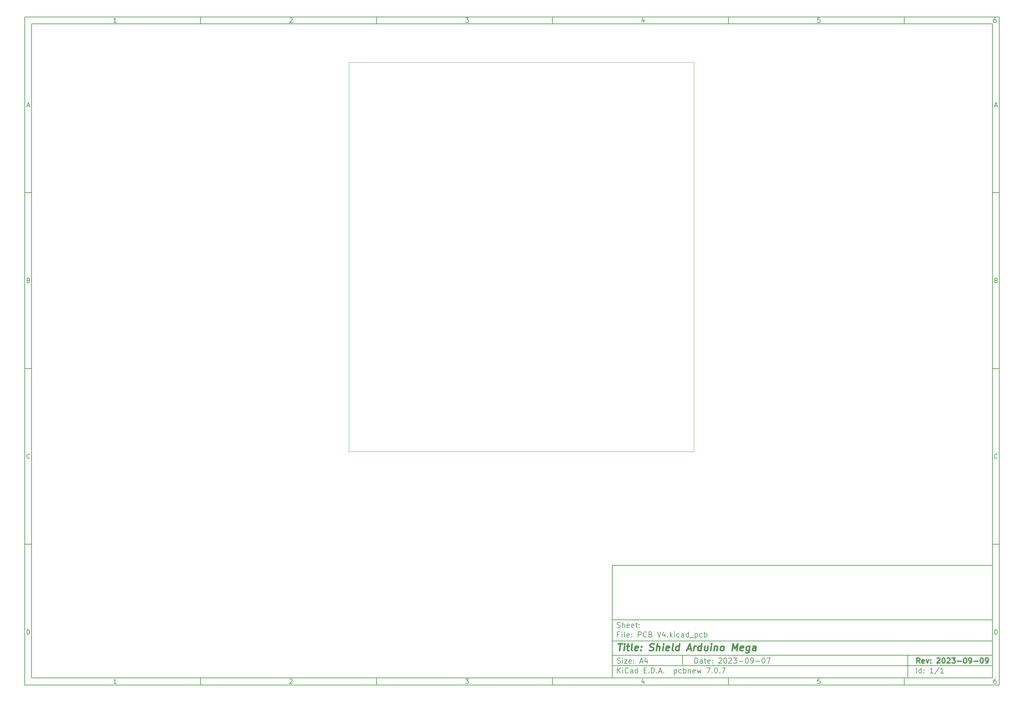
<source format=gbr>
%TF.GenerationSoftware,KiCad,Pcbnew,7.0.7*%
%TF.CreationDate,2023-09-14T17:56:01-03:00*%
%TF.ProjectId,PCB V4,50434220-5634-42e6-9b69-6361645f7063,2023-09-09*%
%TF.SameCoordinates,Original*%
%TF.FileFunction,Profile,NP*%
%FSLAX46Y46*%
G04 Gerber Fmt 4.6, Leading zero omitted, Abs format (unit mm)*
G04 Created by KiCad (PCBNEW 7.0.7) date 2023-09-14 17:56:01*
%MOMM*%
%LPD*%
G01*
G04 APERTURE LIST*
%ADD10C,0.100000*%
%ADD11C,0.150000*%
%ADD12C,0.300000*%
%ADD13C,0.400000*%
%TA.AperFunction,Profile*%
%ADD14C,0.100000*%
%TD*%
G04 APERTURE END LIST*
D10*
D11*
X177002200Y-166007200D02*
X285002200Y-166007200D01*
X285002200Y-198007200D01*
X177002200Y-198007200D01*
X177002200Y-166007200D01*
D10*
D11*
X10000000Y-10000000D02*
X287002200Y-10000000D01*
X287002200Y-200007200D01*
X10000000Y-200007200D01*
X10000000Y-10000000D01*
D10*
D11*
X12000000Y-12000000D02*
X285002200Y-12000000D01*
X285002200Y-198007200D01*
X12000000Y-198007200D01*
X12000000Y-12000000D01*
D10*
D11*
X60000000Y-12000000D02*
X60000000Y-10000000D01*
D10*
D11*
X110000000Y-12000000D02*
X110000000Y-10000000D01*
D10*
D11*
X160000000Y-12000000D02*
X160000000Y-10000000D01*
D10*
D11*
X210000000Y-12000000D02*
X210000000Y-10000000D01*
D10*
D11*
X260000000Y-12000000D02*
X260000000Y-10000000D01*
D10*
D11*
X36089160Y-11593604D02*
X35346303Y-11593604D01*
X35717731Y-11593604D02*
X35717731Y-10293604D01*
X35717731Y-10293604D02*
X35593922Y-10479319D01*
X35593922Y-10479319D02*
X35470112Y-10603128D01*
X35470112Y-10603128D02*
X35346303Y-10665033D01*
D10*
D11*
X85346303Y-10417414D02*
X85408207Y-10355509D01*
X85408207Y-10355509D02*
X85532017Y-10293604D01*
X85532017Y-10293604D02*
X85841541Y-10293604D01*
X85841541Y-10293604D02*
X85965350Y-10355509D01*
X85965350Y-10355509D02*
X86027255Y-10417414D01*
X86027255Y-10417414D02*
X86089160Y-10541223D01*
X86089160Y-10541223D02*
X86089160Y-10665033D01*
X86089160Y-10665033D02*
X86027255Y-10850747D01*
X86027255Y-10850747D02*
X85284398Y-11593604D01*
X85284398Y-11593604D02*
X86089160Y-11593604D01*
D10*
D11*
X135284398Y-10293604D02*
X136089160Y-10293604D01*
X136089160Y-10293604D02*
X135655826Y-10788842D01*
X135655826Y-10788842D02*
X135841541Y-10788842D01*
X135841541Y-10788842D02*
X135965350Y-10850747D01*
X135965350Y-10850747D02*
X136027255Y-10912652D01*
X136027255Y-10912652D02*
X136089160Y-11036461D01*
X136089160Y-11036461D02*
X136089160Y-11345985D01*
X136089160Y-11345985D02*
X136027255Y-11469795D01*
X136027255Y-11469795D02*
X135965350Y-11531700D01*
X135965350Y-11531700D02*
X135841541Y-11593604D01*
X135841541Y-11593604D02*
X135470112Y-11593604D01*
X135470112Y-11593604D02*
X135346303Y-11531700D01*
X135346303Y-11531700D02*
X135284398Y-11469795D01*
D10*
D11*
X185965350Y-10726938D02*
X185965350Y-11593604D01*
X185655826Y-10231700D02*
X185346303Y-11160271D01*
X185346303Y-11160271D02*
X186151064Y-11160271D01*
D10*
D11*
X236027255Y-10293604D02*
X235408207Y-10293604D01*
X235408207Y-10293604D02*
X235346303Y-10912652D01*
X235346303Y-10912652D02*
X235408207Y-10850747D01*
X235408207Y-10850747D02*
X235532017Y-10788842D01*
X235532017Y-10788842D02*
X235841541Y-10788842D01*
X235841541Y-10788842D02*
X235965350Y-10850747D01*
X235965350Y-10850747D02*
X236027255Y-10912652D01*
X236027255Y-10912652D02*
X236089160Y-11036461D01*
X236089160Y-11036461D02*
X236089160Y-11345985D01*
X236089160Y-11345985D02*
X236027255Y-11469795D01*
X236027255Y-11469795D02*
X235965350Y-11531700D01*
X235965350Y-11531700D02*
X235841541Y-11593604D01*
X235841541Y-11593604D02*
X235532017Y-11593604D01*
X235532017Y-11593604D02*
X235408207Y-11531700D01*
X235408207Y-11531700D02*
X235346303Y-11469795D01*
D10*
D11*
X285965350Y-10293604D02*
X285717731Y-10293604D01*
X285717731Y-10293604D02*
X285593922Y-10355509D01*
X285593922Y-10355509D02*
X285532017Y-10417414D01*
X285532017Y-10417414D02*
X285408207Y-10603128D01*
X285408207Y-10603128D02*
X285346303Y-10850747D01*
X285346303Y-10850747D02*
X285346303Y-11345985D01*
X285346303Y-11345985D02*
X285408207Y-11469795D01*
X285408207Y-11469795D02*
X285470112Y-11531700D01*
X285470112Y-11531700D02*
X285593922Y-11593604D01*
X285593922Y-11593604D02*
X285841541Y-11593604D01*
X285841541Y-11593604D02*
X285965350Y-11531700D01*
X285965350Y-11531700D02*
X286027255Y-11469795D01*
X286027255Y-11469795D02*
X286089160Y-11345985D01*
X286089160Y-11345985D02*
X286089160Y-11036461D01*
X286089160Y-11036461D02*
X286027255Y-10912652D01*
X286027255Y-10912652D02*
X285965350Y-10850747D01*
X285965350Y-10850747D02*
X285841541Y-10788842D01*
X285841541Y-10788842D02*
X285593922Y-10788842D01*
X285593922Y-10788842D02*
X285470112Y-10850747D01*
X285470112Y-10850747D02*
X285408207Y-10912652D01*
X285408207Y-10912652D02*
X285346303Y-11036461D01*
D10*
D11*
X60000000Y-198007200D02*
X60000000Y-200007200D01*
D10*
D11*
X110000000Y-198007200D02*
X110000000Y-200007200D01*
D10*
D11*
X160000000Y-198007200D02*
X160000000Y-200007200D01*
D10*
D11*
X210000000Y-198007200D02*
X210000000Y-200007200D01*
D10*
D11*
X260000000Y-198007200D02*
X260000000Y-200007200D01*
D10*
D11*
X36089160Y-199600804D02*
X35346303Y-199600804D01*
X35717731Y-199600804D02*
X35717731Y-198300804D01*
X35717731Y-198300804D02*
X35593922Y-198486519D01*
X35593922Y-198486519D02*
X35470112Y-198610328D01*
X35470112Y-198610328D02*
X35346303Y-198672233D01*
D10*
D11*
X85346303Y-198424614D02*
X85408207Y-198362709D01*
X85408207Y-198362709D02*
X85532017Y-198300804D01*
X85532017Y-198300804D02*
X85841541Y-198300804D01*
X85841541Y-198300804D02*
X85965350Y-198362709D01*
X85965350Y-198362709D02*
X86027255Y-198424614D01*
X86027255Y-198424614D02*
X86089160Y-198548423D01*
X86089160Y-198548423D02*
X86089160Y-198672233D01*
X86089160Y-198672233D02*
X86027255Y-198857947D01*
X86027255Y-198857947D02*
X85284398Y-199600804D01*
X85284398Y-199600804D02*
X86089160Y-199600804D01*
D10*
D11*
X135284398Y-198300804D02*
X136089160Y-198300804D01*
X136089160Y-198300804D02*
X135655826Y-198796042D01*
X135655826Y-198796042D02*
X135841541Y-198796042D01*
X135841541Y-198796042D02*
X135965350Y-198857947D01*
X135965350Y-198857947D02*
X136027255Y-198919852D01*
X136027255Y-198919852D02*
X136089160Y-199043661D01*
X136089160Y-199043661D02*
X136089160Y-199353185D01*
X136089160Y-199353185D02*
X136027255Y-199476995D01*
X136027255Y-199476995D02*
X135965350Y-199538900D01*
X135965350Y-199538900D02*
X135841541Y-199600804D01*
X135841541Y-199600804D02*
X135470112Y-199600804D01*
X135470112Y-199600804D02*
X135346303Y-199538900D01*
X135346303Y-199538900D02*
X135284398Y-199476995D01*
D10*
D11*
X185965350Y-198734138D02*
X185965350Y-199600804D01*
X185655826Y-198238900D02*
X185346303Y-199167471D01*
X185346303Y-199167471D02*
X186151064Y-199167471D01*
D10*
D11*
X236027255Y-198300804D02*
X235408207Y-198300804D01*
X235408207Y-198300804D02*
X235346303Y-198919852D01*
X235346303Y-198919852D02*
X235408207Y-198857947D01*
X235408207Y-198857947D02*
X235532017Y-198796042D01*
X235532017Y-198796042D02*
X235841541Y-198796042D01*
X235841541Y-198796042D02*
X235965350Y-198857947D01*
X235965350Y-198857947D02*
X236027255Y-198919852D01*
X236027255Y-198919852D02*
X236089160Y-199043661D01*
X236089160Y-199043661D02*
X236089160Y-199353185D01*
X236089160Y-199353185D02*
X236027255Y-199476995D01*
X236027255Y-199476995D02*
X235965350Y-199538900D01*
X235965350Y-199538900D02*
X235841541Y-199600804D01*
X235841541Y-199600804D02*
X235532017Y-199600804D01*
X235532017Y-199600804D02*
X235408207Y-199538900D01*
X235408207Y-199538900D02*
X235346303Y-199476995D01*
D10*
D11*
X285965350Y-198300804D02*
X285717731Y-198300804D01*
X285717731Y-198300804D02*
X285593922Y-198362709D01*
X285593922Y-198362709D02*
X285532017Y-198424614D01*
X285532017Y-198424614D02*
X285408207Y-198610328D01*
X285408207Y-198610328D02*
X285346303Y-198857947D01*
X285346303Y-198857947D02*
X285346303Y-199353185D01*
X285346303Y-199353185D02*
X285408207Y-199476995D01*
X285408207Y-199476995D02*
X285470112Y-199538900D01*
X285470112Y-199538900D02*
X285593922Y-199600804D01*
X285593922Y-199600804D02*
X285841541Y-199600804D01*
X285841541Y-199600804D02*
X285965350Y-199538900D01*
X285965350Y-199538900D02*
X286027255Y-199476995D01*
X286027255Y-199476995D02*
X286089160Y-199353185D01*
X286089160Y-199353185D02*
X286089160Y-199043661D01*
X286089160Y-199043661D02*
X286027255Y-198919852D01*
X286027255Y-198919852D02*
X285965350Y-198857947D01*
X285965350Y-198857947D02*
X285841541Y-198796042D01*
X285841541Y-198796042D02*
X285593922Y-198796042D01*
X285593922Y-198796042D02*
X285470112Y-198857947D01*
X285470112Y-198857947D02*
X285408207Y-198919852D01*
X285408207Y-198919852D02*
X285346303Y-199043661D01*
D10*
D11*
X10000000Y-60000000D02*
X12000000Y-60000000D01*
D10*
D11*
X10000000Y-110000000D02*
X12000000Y-110000000D01*
D10*
D11*
X10000000Y-160000000D02*
X12000000Y-160000000D01*
D10*
D11*
X10690476Y-35222176D02*
X11309523Y-35222176D01*
X10566666Y-35593604D02*
X10999999Y-34293604D01*
X10999999Y-34293604D02*
X11433333Y-35593604D01*
D10*
D11*
X11092857Y-84912652D02*
X11278571Y-84974557D01*
X11278571Y-84974557D02*
X11340476Y-85036461D01*
X11340476Y-85036461D02*
X11402380Y-85160271D01*
X11402380Y-85160271D02*
X11402380Y-85345985D01*
X11402380Y-85345985D02*
X11340476Y-85469795D01*
X11340476Y-85469795D02*
X11278571Y-85531700D01*
X11278571Y-85531700D02*
X11154761Y-85593604D01*
X11154761Y-85593604D02*
X10659523Y-85593604D01*
X10659523Y-85593604D02*
X10659523Y-84293604D01*
X10659523Y-84293604D02*
X11092857Y-84293604D01*
X11092857Y-84293604D02*
X11216666Y-84355509D01*
X11216666Y-84355509D02*
X11278571Y-84417414D01*
X11278571Y-84417414D02*
X11340476Y-84541223D01*
X11340476Y-84541223D02*
X11340476Y-84665033D01*
X11340476Y-84665033D02*
X11278571Y-84788842D01*
X11278571Y-84788842D02*
X11216666Y-84850747D01*
X11216666Y-84850747D02*
X11092857Y-84912652D01*
X11092857Y-84912652D02*
X10659523Y-84912652D01*
D10*
D11*
X11402380Y-135469795D02*
X11340476Y-135531700D01*
X11340476Y-135531700D02*
X11154761Y-135593604D01*
X11154761Y-135593604D02*
X11030952Y-135593604D01*
X11030952Y-135593604D02*
X10845238Y-135531700D01*
X10845238Y-135531700D02*
X10721428Y-135407890D01*
X10721428Y-135407890D02*
X10659523Y-135284080D01*
X10659523Y-135284080D02*
X10597619Y-135036461D01*
X10597619Y-135036461D02*
X10597619Y-134850747D01*
X10597619Y-134850747D02*
X10659523Y-134603128D01*
X10659523Y-134603128D02*
X10721428Y-134479319D01*
X10721428Y-134479319D02*
X10845238Y-134355509D01*
X10845238Y-134355509D02*
X11030952Y-134293604D01*
X11030952Y-134293604D02*
X11154761Y-134293604D01*
X11154761Y-134293604D02*
X11340476Y-134355509D01*
X11340476Y-134355509D02*
X11402380Y-134417414D01*
D10*
D11*
X10659523Y-185593604D02*
X10659523Y-184293604D01*
X10659523Y-184293604D02*
X10969047Y-184293604D01*
X10969047Y-184293604D02*
X11154761Y-184355509D01*
X11154761Y-184355509D02*
X11278571Y-184479319D01*
X11278571Y-184479319D02*
X11340476Y-184603128D01*
X11340476Y-184603128D02*
X11402380Y-184850747D01*
X11402380Y-184850747D02*
X11402380Y-185036461D01*
X11402380Y-185036461D02*
X11340476Y-185284080D01*
X11340476Y-185284080D02*
X11278571Y-185407890D01*
X11278571Y-185407890D02*
X11154761Y-185531700D01*
X11154761Y-185531700D02*
X10969047Y-185593604D01*
X10969047Y-185593604D02*
X10659523Y-185593604D01*
D10*
D11*
X287002200Y-60000000D02*
X285002200Y-60000000D01*
D10*
D11*
X287002200Y-110000000D02*
X285002200Y-110000000D01*
D10*
D11*
X287002200Y-160000000D02*
X285002200Y-160000000D01*
D10*
D11*
X285692676Y-35222176D02*
X286311723Y-35222176D01*
X285568866Y-35593604D02*
X286002199Y-34293604D01*
X286002199Y-34293604D02*
X286435533Y-35593604D01*
D10*
D11*
X286095057Y-84912652D02*
X286280771Y-84974557D01*
X286280771Y-84974557D02*
X286342676Y-85036461D01*
X286342676Y-85036461D02*
X286404580Y-85160271D01*
X286404580Y-85160271D02*
X286404580Y-85345985D01*
X286404580Y-85345985D02*
X286342676Y-85469795D01*
X286342676Y-85469795D02*
X286280771Y-85531700D01*
X286280771Y-85531700D02*
X286156961Y-85593604D01*
X286156961Y-85593604D02*
X285661723Y-85593604D01*
X285661723Y-85593604D02*
X285661723Y-84293604D01*
X285661723Y-84293604D02*
X286095057Y-84293604D01*
X286095057Y-84293604D02*
X286218866Y-84355509D01*
X286218866Y-84355509D02*
X286280771Y-84417414D01*
X286280771Y-84417414D02*
X286342676Y-84541223D01*
X286342676Y-84541223D02*
X286342676Y-84665033D01*
X286342676Y-84665033D02*
X286280771Y-84788842D01*
X286280771Y-84788842D02*
X286218866Y-84850747D01*
X286218866Y-84850747D02*
X286095057Y-84912652D01*
X286095057Y-84912652D02*
X285661723Y-84912652D01*
D10*
D11*
X286404580Y-135469795D02*
X286342676Y-135531700D01*
X286342676Y-135531700D02*
X286156961Y-135593604D01*
X286156961Y-135593604D02*
X286033152Y-135593604D01*
X286033152Y-135593604D02*
X285847438Y-135531700D01*
X285847438Y-135531700D02*
X285723628Y-135407890D01*
X285723628Y-135407890D02*
X285661723Y-135284080D01*
X285661723Y-135284080D02*
X285599819Y-135036461D01*
X285599819Y-135036461D02*
X285599819Y-134850747D01*
X285599819Y-134850747D02*
X285661723Y-134603128D01*
X285661723Y-134603128D02*
X285723628Y-134479319D01*
X285723628Y-134479319D02*
X285847438Y-134355509D01*
X285847438Y-134355509D02*
X286033152Y-134293604D01*
X286033152Y-134293604D02*
X286156961Y-134293604D01*
X286156961Y-134293604D02*
X286342676Y-134355509D01*
X286342676Y-134355509D02*
X286404580Y-134417414D01*
D10*
D11*
X285661723Y-185593604D02*
X285661723Y-184293604D01*
X285661723Y-184293604D02*
X285971247Y-184293604D01*
X285971247Y-184293604D02*
X286156961Y-184355509D01*
X286156961Y-184355509D02*
X286280771Y-184479319D01*
X286280771Y-184479319D02*
X286342676Y-184603128D01*
X286342676Y-184603128D02*
X286404580Y-184850747D01*
X286404580Y-184850747D02*
X286404580Y-185036461D01*
X286404580Y-185036461D02*
X286342676Y-185284080D01*
X286342676Y-185284080D02*
X286280771Y-185407890D01*
X286280771Y-185407890D02*
X286156961Y-185531700D01*
X286156961Y-185531700D02*
X285971247Y-185593604D01*
X285971247Y-185593604D02*
X285661723Y-185593604D01*
D10*
D11*
X200458026Y-193793328D02*
X200458026Y-192293328D01*
X200458026Y-192293328D02*
X200815169Y-192293328D01*
X200815169Y-192293328D02*
X201029455Y-192364757D01*
X201029455Y-192364757D02*
X201172312Y-192507614D01*
X201172312Y-192507614D02*
X201243741Y-192650471D01*
X201243741Y-192650471D02*
X201315169Y-192936185D01*
X201315169Y-192936185D02*
X201315169Y-193150471D01*
X201315169Y-193150471D02*
X201243741Y-193436185D01*
X201243741Y-193436185D02*
X201172312Y-193579042D01*
X201172312Y-193579042D02*
X201029455Y-193721900D01*
X201029455Y-193721900D02*
X200815169Y-193793328D01*
X200815169Y-193793328D02*
X200458026Y-193793328D01*
X202600884Y-193793328D02*
X202600884Y-193007614D01*
X202600884Y-193007614D02*
X202529455Y-192864757D01*
X202529455Y-192864757D02*
X202386598Y-192793328D01*
X202386598Y-192793328D02*
X202100884Y-192793328D01*
X202100884Y-192793328D02*
X201958026Y-192864757D01*
X202600884Y-193721900D02*
X202458026Y-193793328D01*
X202458026Y-193793328D02*
X202100884Y-193793328D01*
X202100884Y-193793328D02*
X201958026Y-193721900D01*
X201958026Y-193721900D02*
X201886598Y-193579042D01*
X201886598Y-193579042D02*
X201886598Y-193436185D01*
X201886598Y-193436185D02*
X201958026Y-193293328D01*
X201958026Y-193293328D02*
X202100884Y-193221900D01*
X202100884Y-193221900D02*
X202458026Y-193221900D01*
X202458026Y-193221900D02*
X202600884Y-193150471D01*
X203100884Y-192793328D02*
X203672312Y-192793328D01*
X203315169Y-192293328D02*
X203315169Y-193579042D01*
X203315169Y-193579042D02*
X203386598Y-193721900D01*
X203386598Y-193721900D02*
X203529455Y-193793328D01*
X203529455Y-193793328D02*
X203672312Y-193793328D01*
X204743741Y-193721900D02*
X204600884Y-193793328D01*
X204600884Y-193793328D02*
X204315170Y-193793328D01*
X204315170Y-193793328D02*
X204172312Y-193721900D01*
X204172312Y-193721900D02*
X204100884Y-193579042D01*
X204100884Y-193579042D02*
X204100884Y-193007614D01*
X204100884Y-193007614D02*
X204172312Y-192864757D01*
X204172312Y-192864757D02*
X204315170Y-192793328D01*
X204315170Y-192793328D02*
X204600884Y-192793328D01*
X204600884Y-192793328D02*
X204743741Y-192864757D01*
X204743741Y-192864757D02*
X204815170Y-193007614D01*
X204815170Y-193007614D02*
X204815170Y-193150471D01*
X204815170Y-193150471D02*
X204100884Y-193293328D01*
X205458026Y-193650471D02*
X205529455Y-193721900D01*
X205529455Y-193721900D02*
X205458026Y-193793328D01*
X205458026Y-193793328D02*
X205386598Y-193721900D01*
X205386598Y-193721900D02*
X205458026Y-193650471D01*
X205458026Y-193650471D02*
X205458026Y-193793328D01*
X205458026Y-192864757D02*
X205529455Y-192936185D01*
X205529455Y-192936185D02*
X205458026Y-193007614D01*
X205458026Y-193007614D02*
X205386598Y-192936185D01*
X205386598Y-192936185D02*
X205458026Y-192864757D01*
X205458026Y-192864757D02*
X205458026Y-193007614D01*
X207243741Y-192436185D02*
X207315169Y-192364757D01*
X207315169Y-192364757D02*
X207458027Y-192293328D01*
X207458027Y-192293328D02*
X207815169Y-192293328D01*
X207815169Y-192293328D02*
X207958027Y-192364757D01*
X207958027Y-192364757D02*
X208029455Y-192436185D01*
X208029455Y-192436185D02*
X208100884Y-192579042D01*
X208100884Y-192579042D02*
X208100884Y-192721900D01*
X208100884Y-192721900D02*
X208029455Y-192936185D01*
X208029455Y-192936185D02*
X207172312Y-193793328D01*
X207172312Y-193793328D02*
X208100884Y-193793328D01*
X209029455Y-192293328D02*
X209172312Y-192293328D01*
X209172312Y-192293328D02*
X209315169Y-192364757D01*
X209315169Y-192364757D02*
X209386598Y-192436185D01*
X209386598Y-192436185D02*
X209458026Y-192579042D01*
X209458026Y-192579042D02*
X209529455Y-192864757D01*
X209529455Y-192864757D02*
X209529455Y-193221900D01*
X209529455Y-193221900D02*
X209458026Y-193507614D01*
X209458026Y-193507614D02*
X209386598Y-193650471D01*
X209386598Y-193650471D02*
X209315169Y-193721900D01*
X209315169Y-193721900D02*
X209172312Y-193793328D01*
X209172312Y-193793328D02*
X209029455Y-193793328D01*
X209029455Y-193793328D02*
X208886598Y-193721900D01*
X208886598Y-193721900D02*
X208815169Y-193650471D01*
X208815169Y-193650471D02*
X208743740Y-193507614D01*
X208743740Y-193507614D02*
X208672312Y-193221900D01*
X208672312Y-193221900D02*
X208672312Y-192864757D01*
X208672312Y-192864757D02*
X208743740Y-192579042D01*
X208743740Y-192579042D02*
X208815169Y-192436185D01*
X208815169Y-192436185D02*
X208886598Y-192364757D01*
X208886598Y-192364757D02*
X209029455Y-192293328D01*
X210100883Y-192436185D02*
X210172311Y-192364757D01*
X210172311Y-192364757D02*
X210315169Y-192293328D01*
X210315169Y-192293328D02*
X210672311Y-192293328D01*
X210672311Y-192293328D02*
X210815169Y-192364757D01*
X210815169Y-192364757D02*
X210886597Y-192436185D01*
X210886597Y-192436185D02*
X210958026Y-192579042D01*
X210958026Y-192579042D02*
X210958026Y-192721900D01*
X210958026Y-192721900D02*
X210886597Y-192936185D01*
X210886597Y-192936185D02*
X210029454Y-193793328D01*
X210029454Y-193793328D02*
X210958026Y-193793328D01*
X211458025Y-192293328D02*
X212386597Y-192293328D01*
X212386597Y-192293328D02*
X211886597Y-192864757D01*
X211886597Y-192864757D02*
X212100882Y-192864757D01*
X212100882Y-192864757D02*
X212243740Y-192936185D01*
X212243740Y-192936185D02*
X212315168Y-193007614D01*
X212315168Y-193007614D02*
X212386597Y-193150471D01*
X212386597Y-193150471D02*
X212386597Y-193507614D01*
X212386597Y-193507614D02*
X212315168Y-193650471D01*
X212315168Y-193650471D02*
X212243740Y-193721900D01*
X212243740Y-193721900D02*
X212100882Y-193793328D01*
X212100882Y-193793328D02*
X211672311Y-193793328D01*
X211672311Y-193793328D02*
X211529454Y-193721900D01*
X211529454Y-193721900D02*
X211458025Y-193650471D01*
X213029453Y-193221900D02*
X214172311Y-193221900D01*
X215172311Y-192293328D02*
X215315168Y-192293328D01*
X215315168Y-192293328D02*
X215458025Y-192364757D01*
X215458025Y-192364757D02*
X215529454Y-192436185D01*
X215529454Y-192436185D02*
X215600882Y-192579042D01*
X215600882Y-192579042D02*
X215672311Y-192864757D01*
X215672311Y-192864757D02*
X215672311Y-193221900D01*
X215672311Y-193221900D02*
X215600882Y-193507614D01*
X215600882Y-193507614D02*
X215529454Y-193650471D01*
X215529454Y-193650471D02*
X215458025Y-193721900D01*
X215458025Y-193721900D02*
X215315168Y-193793328D01*
X215315168Y-193793328D02*
X215172311Y-193793328D01*
X215172311Y-193793328D02*
X215029454Y-193721900D01*
X215029454Y-193721900D02*
X214958025Y-193650471D01*
X214958025Y-193650471D02*
X214886596Y-193507614D01*
X214886596Y-193507614D02*
X214815168Y-193221900D01*
X214815168Y-193221900D02*
X214815168Y-192864757D01*
X214815168Y-192864757D02*
X214886596Y-192579042D01*
X214886596Y-192579042D02*
X214958025Y-192436185D01*
X214958025Y-192436185D02*
X215029454Y-192364757D01*
X215029454Y-192364757D02*
X215172311Y-192293328D01*
X216386596Y-193793328D02*
X216672310Y-193793328D01*
X216672310Y-193793328D02*
X216815167Y-193721900D01*
X216815167Y-193721900D02*
X216886596Y-193650471D01*
X216886596Y-193650471D02*
X217029453Y-193436185D01*
X217029453Y-193436185D02*
X217100882Y-193150471D01*
X217100882Y-193150471D02*
X217100882Y-192579042D01*
X217100882Y-192579042D02*
X217029453Y-192436185D01*
X217029453Y-192436185D02*
X216958025Y-192364757D01*
X216958025Y-192364757D02*
X216815167Y-192293328D01*
X216815167Y-192293328D02*
X216529453Y-192293328D01*
X216529453Y-192293328D02*
X216386596Y-192364757D01*
X216386596Y-192364757D02*
X216315167Y-192436185D01*
X216315167Y-192436185D02*
X216243739Y-192579042D01*
X216243739Y-192579042D02*
X216243739Y-192936185D01*
X216243739Y-192936185D02*
X216315167Y-193079042D01*
X216315167Y-193079042D02*
X216386596Y-193150471D01*
X216386596Y-193150471D02*
X216529453Y-193221900D01*
X216529453Y-193221900D02*
X216815167Y-193221900D01*
X216815167Y-193221900D02*
X216958025Y-193150471D01*
X216958025Y-193150471D02*
X217029453Y-193079042D01*
X217029453Y-193079042D02*
X217100882Y-192936185D01*
X217743738Y-193221900D02*
X218886596Y-193221900D01*
X219886596Y-192293328D02*
X220029453Y-192293328D01*
X220029453Y-192293328D02*
X220172310Y-192364757D01*
X220172310Y-192364757D02*
X220243739Y-192436185D01*
X220243739Y-192436185D02*
X220315167Y-192579042D01*
X220315167Y-192579042D02*
X220386596Y-192864757D01*
X220386596Y-192864757D02*
X220386596Y-193221900D01*
X220386596Y-193221900D02*
X220315167Y-193507614D01*
X220315167Y-193507614D02*
X220243739Y-193650471D01*
X220243739Y-193650471D02*
X220172310Y-193721900D01*
X220172310Y-193721900D02*
X220029453Y-193793328D01*
X220029453Y-193793328D02*
X219886596Y-193793328D01*
X219886596Y-193793328D02*
X219743739Y-193721900D01*
X219743739Y-193721900D02*
X219672310Y-193650471D01*
X219672310Y-193650471D02*
X219600881Y-193507614D01*
X219600881Y-193507614D02*
X219529453Y-193221900D01*
X219529453Y-193221900D02*
X219529453Y-192864757D01*
X219529453Y-192864757D02*
X219600881Y-192579042D01*
X219600881Y-192579042D02*
X219672310Y-192436185D01*
X219672310Y-192436185D02*
X219743739Y-192364757D01*
X219743739Y-192364757D02*
X219886596Y-192293328D01*
X220886595Y-192293328D02*
X221886595Y-192293328D01*
X221886595Y-192293328D02*
X221243738Y-193793328D01*
D10*
D11*
X177002200Y-194507200D02*
X285002200Y-194507200D01*
D10*
D11*
X178458026Y-196593328D02*
X178458026Y-195093328D01*
X179315169Y-196593328D02*
X178672312Y-195736185D01*
X179315169Y-195093328D02*
X178458026Y-195950471D01*
X179958026Y-196593328D02*
X179958026Y-195593328D01*
X179958026Y-195093328D02*
X179886598Y-195164757D01*
X179886598Y-195164757D02*
X179958026Y-195236185D01*
X179958026Y-195236185D02*
X180029455Y-195164757D01*
X180029455Y-195164757D02*
X179958026Y-195093328D01*
X179958026Y-195093328D02*
X179958026Y-195236185D01*
X181529455Y-196450471D02*
X181458027Y-196521900D01*
X181458027Y-196521900D02*
X181243741Y-196593328D01*
X181243741Y-196593328D02*
X181100884Y-196593328D01*
X181100884Y-196593328D02*
X180886598Y-196521900D01*
X180886598Y-196521900D02*
X180743741Y-196379042D01*
X180743741Y-196379042D02*
X180672312Y-196236185D01*
X180672312Y-196236185D02*
X180600884Y-195950471D01*
X180600884Y-195950471D02*
X180600884Y-195736185D01*
X180600884Y-195736185D02*
X180672312Y-195450471D01*
X180672312Y-195450471D02*
X180743741Y-195307614D01*
X180743741Y-195307614D02*
X180886598Y-195164757D01*
X180886598Y-195164757D02*
X181100884Y-195093328D01*
X181100884Y-195093328D02*
X181243741Y-195093328D01*
X181243741Y-195093328D02*
X181458027Y-195164757D01*
X181458027Y-195164757D02*
X181529455Y-195236185D01*
X182815170Y-196593328D02*
X182815170Y-195807614D01*
X182815170Y-195807614D02*
X182743741Y-195664757D01*
X182743741Y-195664757D02*
X182600884Y-195593328D01*
X182600884Y-195593328D02*
X182315170Y-195593328D01*
X182315170Y-195593328D02*
X182172312Y-195664757D01*
X182815170Y-196521900D02*
X182672312Y-196593328D01*
X182672312Y-196593328D02*
X182315170Y-196593328D01*
X182315170Y-196593328D02*
X182172312Y-196521900D01*
X182172312Y-196521900D02*
X182100884Y-196379042D01*
X182100884Y-196379042D02*
X182100884Y-196236185D01*
X182100884Y-196236185D02*
X182172312Y-196093328D01*
X182172312Y-196093328D02*
X182315170Y-196021900D01*
X182315170Y-196021900D02*
X182672312Y-196021900D01*
X182672312Y-196021900D02*
X182815170Y-195950471D01*
X184172313Y-196593328D02*
X184172313Y-195093328D01*
X184172313Y-196521900D02*
X184029455Y-196593328D01*
X184029455Y-196593328D02*
X183743741Y-196593328D01*
X183743741Y-196593328D02*
X183600884Y-196521900D01*
X183600884Y-196521900D02*
X183529455Y-196450471D01*
X183529455Y-196450471D02*
X183458027Y-196307614D01*
X183458027Y-196307614D02*
X183458027Y-195879042D01*
X183458027Y-195879042D02*
X183529455Y-195736185D01*
X183529455Y-195736185D02*
X183600884Y-195664757D01*
X183600884Y-195664757D02*
X183743741Y-195593328D01*
X183743741Y-195593328D02*
X184029455Y-195593328D01*
X184029455Y-195593328D02*
X184172313Y-195664757D01*
X186029455Y-195807614D02*
X186529455Y-195807614D01*
X186743741Y-196593328D02*
X186029455Y-196593328D01*
X186029455Y-196593328D02*
X186029455Y-195093328D01*
X186029455Y-195093328D02*
X186743741Y-195093328D01*
X187386598Y-196450471D02*
X187458027Y-196521900D01*
X187458027Y-196521900D02*
X187386598Y-196593328D01*
X187386598Y-196593328D02*
X187315170Y-196521900D01*
X187315170Y-196521900D02*
X187386598Y-196450471D01*
X187386598Y-196450471D02*
X187386598Y-196593328D01*
X188100884Y-196593328D02*
X188100884Y-195093328D01*
X188100884Y-195093328D02*
X188458027Y-195093328D01*
X188458027Y-195093328D02*
X188672313Y-195164757D01*
X188672313Y-195164757D02*
X188815170Y-195307614D01*
X188815170Y-195307614D02*
X188886599Y-195450471D01*
X188886599Y-195450471D02*
X188958027Y-195736185D01*
X188958027Y-195736185D02*
X188958027Y-195950471D01*
X188958027Y-195950471D02*
X188886599Y-196236185D01*
X188886599Y-196236185D02*
X188815170Y-196379042D01*
X188815170Y-196379042D02*
X188672313Y-196521900D01*
X188672313Y-196521900D02*
X188458027Y-196593328D01*
X188458027Y-196593328D02*
X188100884Y-196593328D01*
X189600884Y-196450471D02*
X189672313Y-196521900D01*
X189672313Y-196521900D02*
X189600884Y-196593328D01*
X189600884Y-196593328D02*
X189529456Y-196521900D01*
X189529456Y-196521900D02*
X189600884Y-196450471D01*
X189600884Y-196450471D02*
X189600884Y-196593328D01*
X190243742Y-196164757D02*
X190958028Y-196164757D01*
X190100885Y-196593328D02*
X190600885Y-195093328D01*
X190600885Y-195093328D02*
X191100885Y-196593328D01*
X191600884Y-196450471D02*
X191672313Y-196521900D01*
X191672313Y-196521900D02*
X191600884Y-196593328D01*
X191600884Y-196593328D02*
X191529456Y-196521900D01*
X191529456Y-196521900D02*
X191600884Y-196450471D01*
X191600884Y-196450471D02*
X191600884Y-196593328D01*
X194600884Y-195593328D02*
X194600884Y-197093328D01*
X194600884Y-195664757D02*
X194743742Y-195593328D01*
X194743742Y-195593328D02*
X195029456Y-195593328D01*
X195029456Y-195593328D02*
X195172313Y-195664757D01*
X195172313Y-195664757D02*
X195243742Y-195736185D01*
X195243742Y-195736185D02*
X195315170Y-195879042D01*
X195315170Y-195879042D02*
X195315170Y-196307614D01*
X195315170Y-196307614D02*
X195243742Y-196450471D01*
X195243742Y-196450471D02*
X195172313Y-196521900D01*
X195172313Y-196521900D02*
X195029456Y-196593328D01*
X195029456Y-196593328D02*
X194743742Y-196593328D01*
X194743742Y-196593328D02*
X194600884Y-196521900D01*
X196600885Y-196521900D02*
X196458027Y-196593328D01*
X196458027Y-196593328D02*
X196172313Y-196593328D01*
X196172313Y-196593328D02*
X196029456Y-196521900D01*
X196029456Y-196521900D02*
X195958027Y-196450471D01*
X195958027Y-196450471D02*
X195886599Y-196307614D01*
X195886599Y-196307614D02*
X195886599Y-195879042D01*
X195886599Y-195879042D02*
X195958027Y-195736185D01*
X195958027Y-195736185D02*
X196029456Y-195664757D01*
X196029456Y-195664757D02*
X196172313Y-195593328D01*
X196172313Y-195593328D02*
X196458027Y-195593328D01*
X196458027Y-195593328D02*
X196600885Y-195664757D01*
X197243741Y-196593328D02*
X197243741Y-195093328D01*
X197243741Y-195664757D02*
X197386599Y-195593328D01*
X197386599Y-195593328D02*
X197672313Y-195593328D01*
X197672313Y-195593328D02*
X197815170Y-195664757D01*
X197815170Y-195664757D02*
X197886599Y-195736185D01*
X197886599Y-195736185D02*
X197958027Y-195879042D01*
X197958027Y-195879042D02*
X197958027Y-196307614D01*
X197958027Y-196307614D02*
X197886599Y-196450471D01*
X197886599Y-196450471D02*
X197815170Y-196521900D01*
X197815170Y-196521900D02*
X197672313Y-196593328D01*
X197672313Y-196593328D02*
X197386599Y-196593328D01*
X197386599Y-196593328D02*
X197243741Y-196521900D01*
X198600884Y-195593328D02*
X198600884Y-196593328D01*
X198600884Y-195736185D02*
X198672313Y-195664757D01*
X198672313Y-195664757D02*
X198815170Y-195593328D01*
X198815170Y-195593328D02*
X199029456Y-195593328D01*
X199029456Y-195593328D02*
X199172313Y-195664757D01*
X199172313Y-195664757D02*
X199243742Y-195807614D01*
X199243742Y-195807614D02*
X199243742Y-196593328D01*
X200529456Y-196521900D02*
X200386599Y-196593328D01*
X200386599Y-196593328D02*
X200100885Y-196593328D01*
X200100885Y-196593328D02*
X199958027Y-196521900D01*
X199958027Y-196521900D02*
X199886599Y-196379042D01*
X199886599Y-196379042D02*
X199886599Y-195807614D01*
X199886599Y-195807614D02*
X199958027Y-195664757D01*
X199958027Y-195664757D02*
X200100885Y-195593328D01*
X200100885Y-195593328D02*
X200386599Y-195593328D01*
X200386599Y-195593328D02*
X200529456Y-195664757D01*
X200529456Y-195664757D02*
X200600885Y-195807614D01*
X200600885Y-195807614D02*
X200600885Y-195950471D01*
X200600885Y-195950471D02*
X199886599Y-196093328D01*
X201100884Y-195593328D02*
X201386599Y-196593328D01*
X201386599Y-196593328D02*
X201672313Y-195879042D01*
X201672313Y-195879042D02*
X201958027Y-196593328D01*
X201958027Y-196593328D02*
X202243741Y-195593328D01*
X203815170Y-195093328D02*
X204815170Y-195093328D01*
X204815170Y-195093328D02*
X204172313Y-196593328D01*
X205386598Y-196450471D02*
X205458027Y-196521900D01*
X205458027Y-196521900D02*
X205386598Y-196593328D01*
X205386598Y-196593328D02*
X205315170Y-196521900D01*
X205315170Y-196521900D02*
X205386598Y-196450471D01*
X205386598Y-196450471D02*
X205386598Y-196593328D01*
X206386599Y-195093328D02*
X206529456Y-195093328D01*
X206529456Y-195093328D02*
X206672313Y-195164757D01*
X206672313Y-195164757D02*
X206743742Y-195236185D01*
X206743742Y-195236185D02*
X206815170Y-195379042D01*
X206815170Y-195379042D02*
X206886599Y-195664757D01*
X206886599Y-195664757D02*
X206886599Y-196021900D01*
X206886599Y-196021900D02*
X206815170Y-196307614D01*
X206815170Y-196307614D02*
X206743742Y-196450471D01*
X206743742Y-196450471D02*
X206672313Y-196521900D01*
X206672313Y-196521900D02*
X206529456Y-196593328D01*
X206529456Y-196593328D02*
X206386599Y-196593328D01*
X206386599Y-196593328D02*
X206243742Y-196521900D01*
X206243742Y-196521900D02*
X206172313Y-196450471D01*
X206172313Y-196450471D02*
X206100884Y-196307614D01*
X206100884Y-196307614D02*
X206029456Y-196021900D01*
X206029456Y-196021900D02*
X206029456Y-195664757D01*
X206029456Y-195664757D02*
X206100884Y-195379042D01*
X206100884Y-195379042D02*
X206172313Y-195236185D01*
X206172313Y-195236185D02*
X206243742Y-195164757D01*
X206243742Y-195164757D02*
X206386599Y-195093328D01*
X207529455Y-196450471D02*
X207600884Y-196521900D01*
X207600884Y-196521900D02*
X207529455Y-196593328D01*
X207529455Y-196593328D02*
X207458027Y-196521900D01*
X207458027Y-196521900D02*
X207529455Y-196450471D01*
X207529455Y-196450471D02*
X207529455Y-196593328D01*
X208100884Y-195093328D02*
X209100884Y-195093328D01*
X209100884Y-195093328D02*
X208458027Y-196593328D01*
D10*
D11*
X177002200Y-191507200D02*
X285002200Y-191507200D01*
D10*
D12*
X264413853Y-193785528D02*
X263913853Y-193071242D01*
X263556710Y-193785528D02*
X263556710Y-192285528D01*
X263556710Y-192285528D02*
X264128139Y-192285528D01*
X264128139Y-192285528D02*
X264270996Y-192356957D01*
X264270996Y-192356957D02*
X264342425Y-192428385D01*
X264342425Y-192428385D02*
X264413853Y-192571242D01*
X264413853Y-192571242D02*
X264413853Y-192785528D01*
X264413853Y-192785528D02*
X264342425Y-192928385D01*
X264342425Y-192928385D02*
X264270996Y-192999814D01*
X264270996Y-192999814D02*
X264128139Y-193071242D01*
X264128139Y-193071242D02*
X263556710Y-193071242D01*
X265628139Y-193714100D02*
X265485282Y-193785528D01*
X265485282Y-193785528D02*
X265199568Y-193785528D01*
X265199568Y-193785528D02*
X265056710Y-193714100D01*
X265056710Y-193714100D02*
X264985282Y-193571242D01*
X264985282Y-193571242D02*
X264985282Y-192999814D01*
X264985282Y-192999814D02*
X265056710Y-192856957D01*
X265056710Y-192856957D02*
X265199568Y-192785528D01*
X265199568Y-192785528D02*
X265485282Y-192785528D01*
X265485282Y-192785528D02*
X265628139Y-192856957D01*
X265628139Y-192856957D02*
X265699568Y-192999814D01*
X265699568Y-192999814D02*
X265699568Y-193142671D01*
X265699568Y-193142671D02*
X264985282Y-193285528D01*
X266199567Y-192785528D02*
X266556710Y-193785528D01*
X266556710Y-193785528D02*
X266913853Y-192785528D01*
X267485281Y-193642671D02*
X267556710Y-193714100D01*
X267556710Y-193714100D02*
X267485281Y-193785528D01*
X267485281Y-193785528D02*
X267413853Y-193714100D01*
X267413853Y-193714100D02*
X267485281Y-193642671D01*
X267485281Y-193642671D02*
X267485281Y-193785528D01*
X267485281Y-192856957D02*
X267556710Y-192928385D01*
X267556710Y-192928385D02*
X267485281Y-192999814D01*
X267485281Y-192999814D02*
X267413853Y-192928385D01*
X267413853Y-192928385D02*
X267485281Y-192856957D01*
X267485281Y-192856957D02*
X267485281Y-192999814D01*
X269270996Y-192428385D02*
X269342424Y-192356957D01*
X269342424Y-192356957D02*
X269485282Y-192285528D01*
X269485282Y-192285528D02*
X269842424Y-192285528D01*
X269842424Y-192285528D02*
X269985282Y-192356957D01*
X269985282Y-192356957D02*
X270056710Y-192428385D01*
X270056710Y-192428385D02*
X270128139Y-192571242D01*
X270128139Y-192571242D02*
X270128139Y-192714100D01*
X270128139Y-192714100D02*
X270056710Y-192928385D01*
X270056710Y-192928385D02*
X269199567Y-193785528D01*
X269199567Y-193785528D02*
X270128139Y-193785528D01*
X271056710Y-192285528D02*
X271199567Y-192285528D01*
X271199567Y-192285528D02*
X271342424Y-192356957D01*
X271342424Y-192356957D02*
X271413853Y-192428385D01*
X271413853Y-192428385D02*
X271485281Y-192571242D01*
X271485281Y-192571242D02*
X271556710Y-192856957D01*
X271556710Y-192856957D02*
X271556710Y-193214100D01*
X271556710Y-193214100D02*
X271485281Y-193499814D01*
X271485281Y-193499814D02*
X271413853Y-193642671D01*
X271413853Y-193642671D02*
X271342424Y-193714100D01*
X271342424Y-193714100D02*
X271199567Y-193785528D01*
X271199567Y-193785528D02*
X271056710Y-193785528D01*
X271056710Y-193785528D02*
X270913853Y-193714100D01*
X270913853Y-193714100D02*
X270842424Y-193642671D01*
X270842424Y-193642671D02*
X270770995Y-193499814D01*
X270770995Y-193499814D02*
X270699567Y-193214100D01*
X270699567Y-193214100D02*
X270699567Y-192856957D01*
X270699567Y-192856957D02*
X270770995Y-192571242D01*
X270770995Y-192571242D02*
X270842424Y-192428385D01*
X270842424Y-192428385D02*
X270913853Y-192356957D01*
X270913853Y-192356957D02*
X271056710Y-192285528D01*
X272128138Y-192428385D02*
X272199566Y-192356957D01*
X272199566Y-192356957D02*
X272342424Y-192285528D01*
X272342424Y-192285528D02*
X272699566Y-192285528D01*
X272699566Y-192285528D02*
X272842424Y-192356957D01*
X272842424Y-192356957D02*
X272913852Y-192428385D01*
X272913852Y-192428385D02*
X272985281Y-192571242D01*
X272985281Y-192571242D02*
X272985281Y-192714100D01*
X272985281Y-192714100D02*
X272913852Y-192928385D01*
X272913852Y-192928385D02*
X272056709Y-193785528D01*
X272056709Y-193785528D02*
X272985281Y-193785528D01*
X273485280Y-192285528D02*
X274413852Y-192285528D01*
X274413852Y-192285528D02*
X273913852Y-192856957D01*
X273913852Y-192856957D02*
X274128137Y-192856957D01*
X274128137Y-192856957D02*
X274270995Y-192928385D01*
X274270995Y-192928385D02*
X274342423Y-192999814D01*
X274342423Y-192999814D02*
X274413852Y-193142671D01*
X274413852Y-193142671D02*
X274413852Y-193499814D01*
X274413852Y-193499814D02*
X274342423Y-193642671D01*
X274342423Y-193642671D02*
X274270995Y-193714100D01*
X274270995Y-193714100D02*
X274128137Y-193785528D01*
X274128137Y-193785528D02*
X273699566Y-193785528D01*
X273699566Y-193785528D02*
X273556709Y-193714100D01*
X273556709Y-193714100D02*
X273485280Y-193642671D01*
X275056708Y-193214100D02*
X276199566Y-193214100D01*
X277199566Y-192285528D02*
X277342423Y-192285528D01*
X277342423Y-192285528D02*
X277485280Y-192356957D01*
X277485280Y-192356957D02*
X277556709Y-192428385D01*
X277556709Y-192428385D02*
X277628137Y-192571242D01*
X277628137Y-192571242D02*
X277699566Y-192856957D01*
X277699566Y-192856957D02*
X277699566Y-193214100D01*
X277699566Y-193214100D02*
X277628137Y-193499814D01*
X277628137Y-193499814D02*
X277556709Y-193642671D01*
X277556709Y-193642671D02*
X277485280Y-193714100D01*
X277485280Y-193714100D02*
X277342423Y-193785528D01*
X277342423Y-193785528D02*
X277199566Y-193785528D01*
X277199566Y-193785528D02*
X277056709Y-193714100D01*
X277056709Y-193714100D02*
X276985280Y-193642671D01*
X276985280Y-193642671D02*
X276913851Y-193499814D01*
X276913851Y-193499814D02*
X276842423Y-193214100D01*
X276842423Y-193214100D02*
X276842423Y-192856957D01*
X276842423Y-192856957D02*
X276913851Y-192571242D01*
X276913851Y-192571242D02*
X276985280Y-192428385D01*
X276985280Y-192428385D02*
X277056709Y-192356957D01*
X277056709Y-192356957D02*
X277199566Y-192285528D01*
X278413851Y-193785528D02*
X278699565Y-193785528D01*
X278699565Y-193785528D02*
X278842422Y-193714100D01*
X278842422Y-193714100D02*
X278913851Y-193642671D01*
X278913851Y-193642671D02*
X279056708Y-193428385D01*
X279056708Y-193428385D02*
X279128137Y-193142671D01*
X279128137Y-193142671D02*
X279128137Y-192571242D01*
X279128137Y-192571242D02*
X279056708Y-192428385D01*
X279056708Y-192428385D02*
X278985280Y-192356957D01*
X278985280Y-192356957D02*
X278842422Y-192285528D01*
X278842422Y-192285528D02*
X278556708Y-192285528D01*
X278556708Y-192285528D02*
X278413851Y-192356957D01*
X278413851Y-192356957D02*
X278342422Y-192428385D01*
X278342422Y-192428385D02*
X278270994Y-192571242D01*
X278270994Y-192571242D02*
X278270994Y-192928385D01*
X278270994Y-192928385D02*
X278342422Y-193071242D01*
X278342422Y-193071242D02*
X278413851Y-193142671D01*
X278413851Y-193142671D02*
X278556708Y-193214100D01*
X278556708Y-193214100D02*
X278842422Y-193214100D01*
X278842422Y-193214100D02*
X278985280Y-193142671D01*
X278985280Y-193142671D02*
X279056708Y-193071242D01*
X279056708Y-193071242D02*
X279128137Y-192928385D01*
X279770993Y-193214100D02*
X280913851Y-193214100D01*
X281913851Y-192285528D02*
X282056708Y-192285528D01*
X282056708Y-192285528D02*
X282199565Y-192356957D01*
X282199565Y-192356957D02*
X282270994Y-192428385D01*
X282270994Y-192428385D02*
X282342422Y-192571242D01*
X282342422Y-192571242D02*
X282413851Y-192856957D01*
X282413851Y-192856957D02*
X282413851Y-193214100D01*
X282413851Y-193214100D02*
X282342422Y-193499814D01*
X282342422Y-193499814D02*
X282270994Y-193642671D01*
X282270994Y-193642671D02*
X282199565Y-193714100D01*
X282199565Y-193714100D02*
X282056708Y-193785528D01*
X282056708Y-193785528D02*
X281913851Y-193785528D01*
X281913851Y-193785528D02*
X281770994Y-193714100D01*
X281770994Y-193714100D02*
X281699565Y-193642671D01*
X281699565Y-193642671D02*
X281628136Y-193499814D01*
X281628136Y-193499814D02*
X281556708Y-193214100D01*
X281556708Y-193214100D02*
X281556708Y-192856957D01*
X281556708Y-192856957D02*
X281628136Y-192571242D01*
X281628136Y-192571242D02*
X281699565Y-192428385D01*
X281699565Y-192428385D02*
X281770994Y-192356957D01*
X281770994Y-192356957D02*
X281913851Y-192285528D01*
X283128136Y-193785528D02*
X283413850Y-193785528D01*
X283413850Y-193785528D02*
X283556707Y-193714100D01*
X283556707Y-193714100D02*
X283628136Y-193642671D01*
X283628136Y-193642671D02*
X283770993Y-193428385D01*
X283770993Y-193428385D02*
X283842422Y-193142671D01*
X283842422Y-193142671D02*
X283842422Y-192571242D01*
X283842422Y-192571242D02*
X283770993Y-192428385D01*
X283770993Y-192428385D02*
X283699565Y-192356957D01*
X283699565Y-192356957D02*
X283556707Y-192285528D01*
X283556707Y-192285528D02*
X283270993Y-192285528D01*
X283270993Y-192285528D02*
X283128136Y-192356957D01*
X283128136Y-192356957D02*
X283056707Y-192428385D01*
X283056707Y-192428385D02*
X282985279Y-192571242D01*
X282985279Y-192571242D02*
X282985279Y-192928385D01*
X282985279Y-192928385D02*
X283056707Y-193071242D01*
X283056707Y-193071242D02*
X283128136Y-193142671D01*
X283128136Y-193142671D02*
X283270993Y-193214100D01*
X283270993Y-193214100D02*
X283556707Y-193214100D01*
X283556707Y-193214100D02*
X283699565Y-193142671D01*
X283699565Y-193142671D02*
X283770993Y-193071242D01*
X283770993Y-193071242D02*
X283842422Y-192928385D01*
D10*
D11*
X178386598Y-193721900D02*
X178600884Y-193793328D01*
X178600884Y-193793328D02*
X178958026Y-193793328D01*
X178958026Y-193793328D02*
X179100884Y-193721900D01*
X179100884Y-193721900D02*
X179172312Y-193650471D01*
X179172312Y-193650471D02*
X179243741Y-193507614D01*
X179243741Y-193507614D02*
X179243741Y-193364757D01*
X179243741Y-193364757D02*
X179172312Y-193221900D01*
X179172312Y-193221900D02*
X179100884Y-193150471D01*
X179100884Y-193150471D02*
X178958026Y-193079042D01*
X178958026Y-193079042D02*
X178672312Y-193007614D01*
X178672312Y-193007614D02*
X178529455Y-192936185D01*
X178529455Y-192936185D02*
X178458026Y-192864757D01*
X178458026Y-192864757D02*
X178386598Y-192721900D01*
X178386598Y-192721900D02*
X178386598Y-192579042D01*
X178386598Y-192579042D02*
X178458026Y-192436185D01*
X178458026Y-192436185D02*
X178529455Y-192364757D01*
X178529455Y-192364757D02*
X178672312Y-192293328D01*
X178672312Y-192293328D02*
X179029455Y-192293328D01*
X179029455Y-192293328D02*
X179243741Y-192364757D01*
X179886597Y-193793328D02*
X179886597Y-192793328D01*
X179886597Y-192293328D02*
X179815169Y-192364757D01*
X179815169Y-192364757D02*
X179886597Y-192436185D01*
X179886597Y-192436185D02*
X179958026Y-192364757D01*
X179958026Y-192364757D02*
X179886597Y-192293328D01*
X179886597Y-192293328D02*
X179886597Y-192436185D01*
X180458026Y-192793328D02*
X181243741Y-192793328D01*
X181243741Y-192793328D02*
X180458026Y-193793328D01*
X180458026Y-193793328D02*
X181243741Y-193793328D01*
X182386598Y-193721900D02*
X182243741Y-193793328D01*
X182243741Y-193793328D02*
X181958027Y-193793328D01*
X181958027Y-193793328D02*
X181815169Y-193721900D01*
X181815169Y-193721900D02*
X181743741Y-193579042D01*
X181743741Y-193579042D02*
X181743741Y-193007614D01*
X181743741Y-193007614D02*
X181815169Y-192864757D01*
X181815169Y-192864757D02*
X181958027Y-192793328D01*
X181958027Y-192793328D02*
X182243741Y-192793328D01*
X182243741Y-192793328D02*
X182386598Y-192864757D01*
X182386598Y-192864757D02*
X182458027Y-193007614D01*
X182458027Y-193007614D02*
X182458027Y-193150471D01*
X182458027Y-193150471D02*
X181743741Y-193293328D01*
X183100883Y-193650471D02*
X183172312Y-193721900D01*
X183172312Y-193721900D02*
X183100883Y-193793328D01*
X183100883Y-193793328D02*
X183029455Y-193721900D01*
X183029455Y-193721900D02*
X183100883Y-193650471D01*
X183100883Y-193650471D02*
X183100883Y-193793328D01*
X183100883Y-192864757D02*
X183172312Y-192936185D01*
X183172312Y-192936185D02*
X183100883Y-193007614D01*
X183100883Y-193007614D02*
X183029455Y-192936185D01*
X183029455Y-192936185D02*
X183100883Y-192864757D01*
X183100883Y-192864757D02*
X183100883Y-193007614D01*
X184886598Y-193364757D02*
X185600884Y-193364757D01*
X184743741Y-193793328D02*
X185243741Y-192293328D01*
X185243741Y-192293328D02*
X185743741Y-193793328D01*
X186886598Y-192793328D02*
X186886598Y-193793328D01*
X186529455Y-192221900D02*
X186172312Y-193293328D01*
X186172312Y-193293328D02*
X187100883Y-193293328D01*
D10*
D11*
X263458026Y-196593328D02*
X263458026Y-195093328D01*
X264815170Y-196593328D02*
X264815170Y-195093328D01*
X264815170Y-196521900D02*
X264672312Y-196593328D01*
X264672312Y-196593328D02*
X264386598Y-196593328D01*
X264386598Y-196593328D02*
X264243741Y-196521900D01*
X264243741Y-196521900D02*
X264172312Y-196450471D01*
X264172312Y-196450471D02*
X264100884Y-196307614D01*
X264100884Y-196307614D02*
X264100884Y-195879042D01*
X264100884Y-195879042D02*
X264172312Y-195736185D01*
X264172312Y-195736185D02*
X264243741Y-195664757D01*
X264243741Y-195664757D02*
X264386598Y-195593328D01*
X264386598Y-195593328D02*
X264672312Y-195593328D01*
X264672312Y-195593328D02*
X264815170Y-195664757D01*
X265529455Y-196450471D02*
X265600884Y-196521900D01*
X265600884Y-196521900D02*
X265529455Y-196593328D01*
X265529455Y-196593328D02*
X265458027Y-196521900D01*
X265458027Y-196521900D02*
X265529455Y-196450471D01*
X265529455Y-196450471D02*
X265529455Y-196593328D01*
X265529455Y-195664757D02*
X265600884Y-195736185D01*
X265600884Y-195736185D02*
X265529455Y-195807614D01*
X265529455Y-195807614D02*
X265458027Y-195736185D01*
X265458027Y-195736185D02*
X265529455Y-195664757D01*
X265529455Y-195664757D02*
X265529455Y-195807614D01*
X268172313Y-196593328D02*
X267315170Y-196593328D01*
X267743741Y-196593328D02*
X267743741Y-195093328D01*
X267743741Y-195093328D02*
X267600884Y-195307614D01*
X267600884Y-195307614D02*
X267458027Y-195450471D01*
X267458027Y-195450471D02*
X267315170Y-195521900D01*
X269886598Y-195021900D02*
X268600884Y-196950471D01*
X271172313Y-196593328D02*
X270315170Y-196593328D01*
X270743741Y-196593328D02*
X270743741Y-195093328D01*
X270743741Y-195093328D02*
X270600884Y-195307614D01*
X270600884Y-195307614D02*
X270458027Y-195450471D01*
X270458027Y-195450471D02*
X270315170Y-195521900D01*
D10*
D11*
X177002200Y-187507200D02*
X285002200Y-187507200D01*
D10*
D13*
X178693928Y-188211638D02*
X179836785Y-188211638D01*
X179015357Y-190211638D02*
X179265357Y-188211638D01*
X180253452Y-190211638D02*
X180420119Y-188878304D01*
X180503452Y-188211638D02*
X180396309Y-188306876D01*
X180396309Y-188306876D02*
X180479643Y-188402114D01*
X180479643Y-188402114D02*
X180586786Y-188306876D01*
X180586786Y-188306876D02*
X180503452Y-188211638D01*
X180503452Y-188211638D02*
X180479643Y-188402114D01*
X181086786Y-188878304D02*
X181848690Y-188878304D01*
X181455833Y-188211638D02*
X181241548Y-189925923D01*
X181241548Y-189925923D02*
X181312976Y-190116400D01*
X181312976Y-190116400D02*
X181491548Y-190211638D01*
X181491548Y-190211638D02*
X181682024Y-190211638D01*
X182634405Y-190211638D02*
X182455833Y-190116400D01*
X182455833Y-190116400D02*
X182384405Y-189925923D01*
X182384405Y-189925923D02*
X182598690Y-188211638D01*
X184170119Y-190116400D02*
X183967738Y-190211638D01*
X183967738Y-190211638D02*
X183586785Y-190211638D01*
X183586785Y-190211638D02*
X183408214Y-190116400D01*
X183408214Y-190116400D02*
X183336785Y-189925923D01*
X183336785Y-189925923D02*
X183432024Y-189164019D01*
X183432024Y-189164019D02*
X183551071Y-188973542D01*
X183551071Y-188973542D02*
X183753452Y-188878304D01*
X183753452Y-188878304D02*
X184134404Y-188878304D01*
X184134404Y-188878304D02*
X184312976Y-188973542D01*
X184312976Y-188973542D02*
X184384404Y-189164019D01*
X184384404Y-189164019D02*
X184360595Y-189354495D01*
X184360595Y-189354495D02*
X183384404Y-189544971D01*
X185134405Y-190021161D02*
X185217738Y-190116400D01*
X185217738Y-190116400D02*
X185110595Y-190211638D01*
X185110595Y-190211638D02*
X185027262Y-190116400D01*
X185027262Y-190116400D02*
X185134405Y-190021161D01*
X185134405Y-190021161D02*
X185110595Y-190211638D01*
X185265357Y-188973542D02*
X185348690Y-189068780D01*
X185348690Y-189068780D02*
X185241548Y-189164019D01*
X185241548Y-189164019D02*
X185158214Y-189068780D01*
X185158214Y-189068780D02*
X185265357Y-188973542D01*
X185265357Y-188973542D02*
X185241548Y-189164019D01*
X187503453Y-190116400D02*
X187777262Y-190211638D01*
X187777262Y-190211638D02*
X188253453Y-190211638D01*
X188253453Y-190211638D02*
X188455834Y-190116400D01*
X188455834Y-190116400D02*
X188562977Y-190021161D01*
X188562977Y-190021161D02*
X188682024Y-189830685D01*
X188682024Y-189830685D02*
X188705834Y-189640209D01*
X188705834Y-189640209D02*
X188634405Y-189449733D01*
X188634405Y-189449733D02*
X188551072Y-189354495D01*
X188551072Y-189354495D02*
X188372501Y-189259257D01*
X188372501Y-189259257D02*
X188003453Y-189164019D01*
X188003453Y-189164019D02*
X187824881Y-189068780D01*
X187824881Y-189068780D02*
X187741548Y-188973542D01*
X187741548Y-188973542D02*
X187670120Y-188783066D01*
X187670120Y-188783066D02*
X187693929Y-188592590D01*
X187693929Y-188592590D02*
X187812977Y-188402114D01*
X187812977Y-188402114D02*
X187920120Y-188306876D01*
X187920120Y-188306876D02*
X188122501Y-188211638D01*
X188122501Y-188211638D02*
X188598691Y-188211638D01*
X188598691Y-188211638D02*
X188872501Y-188306876D01*
X189491548Y-190211638D02*
X189741548Y-188211638D01*
X190348691Y-190211638D02*
X190479643Y-189164019D01*
X190479643Y-189164019D02*
X190408215Y-188973542D01*
X190408215Y-188973542D02*
X190229643Y-188878304D01*
X190229643Y-188878304D02*
X189943929Y-188878304D01*
X189943929Y-188878304D02*
X189741548Y-188973542D01*
X189741548Y-188973542D02*
X189634405Y-189068780D01*
X191301072Y-190211638D02*
X191467739Y-188878304D01*
X191551072Y-188211638D02*
X191443929Y-188306876D01*
X191443929Y-188306876D02*
X191527263Y-188402114D01*
X191527263Y-188402114D02*
X191634406Y-188306876D01*
X191634406Y-188306876D02*
X191551072Y-188211638D01*
X191551072Y-188211638D02*
X191527263Y-188402114D01*
X193027263Y-190116400D02*
X192824882Y-190211638D01*
X192824882Y-190211638D02*
X192443929Y-190211638D01*
X192443929Y-190211638D02*
X192265358Y-190116400D01*
X192265358Y-190116400D02*
X192193929Y-189925923D01*
X192193929Y-189925923D02*
X192289168Y-189164019D01*
X192289168Y-189164019D02*
X192408215Y-188973542D01*
X192408215Y-188973542D02*
X192610596Y-188878304D01*
X192610596Y-188878304D02*
X192991548Y-188878304D01*
X192991548Y-188878304D02*
X193170120Y-188973542D01*
X193170120Y-188973542D02*
X193241548Y-189164019D01*
X193241548Y-189164019D02*
X193217739Y-189354495D01*
X193217739Y-189354495D02*
X192241548Y-189544971D01*
X194253454Y-190211638D02*
X194074882Y-190116400D01*
X194074882Y-190116400D02*
X194003454Y-189925923D01*
X194003454Y-189925923D02*
X194217739Y-188211638D01*
X195872501Y-190211638D02*
X196122501Y-188211638D01*
X195884406Y-190116400D02*
X195682025Y-190211638D01*
X195682025Y-190211638D02*
X195301073Y-190211638D01*
X195301073Y-190211638D02*
X195122501Y-190116400D01*
X195122501Y-190116400D02*
X195039168Y-190021161D01*
X195039168Y-190021161D02*
X194967739Y-189830685D01*
X194967739Y-189830685D02*
X195039168Y-189259257D01*
X195039168Y-189259257D02*
X195158215Y-189068780D01*
X195158215Y-189068780D02*
X195265358Y-188973542D01*
X195265358Y-188973542D02*
X195467739Y-188878304D01*
X195467739Y-188878304D02*
X195848692Y-188878304D01*
X195848692Y-188878304D02*
X196027263Y-188973542D01*
X198324883Y-189640209D02*
X199277264Y-189640209D01*
X198062978Y-190211638D02*
X198979645Y-188211638D01*
X198979645Y-188211638D02*
X199396311Y-190211638D01*
X200062978Y-190211638D02*
X200229645Y-188878304D01*
X200182026Y-189259257D02*
X200301073Y-189068780D01*
X200301073Y-189068780D02*
X200408216Y-188973542D01*
X200408216Y-188973542D02*
X200610597Y-188878304D01*
X200610597Y-188878304D02*
X200801073Y-188878304D01*
X202158216Y-190211638D02*
X202408216Y-188211638D01*
X202170121Y-190116400D02*
X201967740Y-190211638D01*
X201967740Y-190211638D02*
X201586788Y-190211638D01*
X201586788Y-190211638D02*
X201408216Y-190116400D01*
X201408216Y-190116400D02*
X201324883Y-190021161D01*
X201324883Y-190021161D02*
X201253454Y-189830685D01*
X201253454Y-189830685D02*
X201324883Y-189259257D01*
X201324883Y-189259257D02*
X201443930Y-189068780D01*
X201443930Y-189068780D02*
X201551073Y-188973542D01*
X201551073Y-188973542D02*
X201753454Y-188878304D01*
X201753454Y-188878304D02*
X202134407Y-188878304D01*
X202134407Y-188878304D02*
X202312978Y-188973542D01*
X204134407Y-188878304D02*
X203967740Y-190211638D01*
X203277264Y-188878304D02*
X203146312Y-189925923D01*
X203146312Y-189925923D02*
X203217740Y-190116400D01*
X203217740Y-190116400D02*
X203396312Y-190211638D01*
X203396312Y-190211638D02*
X203682026Y-190211638D01*
X203682026Y-190211638D02*
X203884407Y-190116400D01*
X203884407Y-190116400D02*
X203991550Y-190021161D01*
X204920121Y-190211638D02*
X205086788Y-188878304D01*
X205170121Y-188211638D02*
X205062978Y-188306876D01*
X205062978Y-188306876D02*
X205146312Y-188402114D01*
X205146312Y-188402114D02*
X205253455Y-188306876D01*
X205253455Y-188306876D02*
X205170121Y-188211638D01*
X205170121Y-188211638D02*
X205146312Y-188402114D01*
X206039169Y-188878304D02*
X205872502Y-190211638D01*
X206015359Y-189068780D02*
X206122502Y-188973542D01*
X206122502Y-188973542D02*
X206324883Y-188878304D01*
X206324883Y-188878304D02*
X206610597Y-188878304D01*
X206610597Y-188878304D02*
X206789169Y-188973542D01*
X206789169Y-188973542D02*
X206860597Y-189164019D01*
X206860597Y-189164019D02*
X206729645Y-190211638D01*
X207967741Y-190211638D02*
X207789169Y-190116400D01*
X207789169Y-190116400D02*
X207705836Y-190021161D01*
X207705836Y-190021161D02*
X207634407Y-189830685D01*
X207634407Y-189830685D02*
X207705836Y-189259257D01*
X207705836Y-189259257D02*
X207824883Y-189068780D01*
X207824883Y-189068780D02*
X207932026Y-188973542D01*
X207932026Y-188973542D02*
X208134407Y-188878304D01*
X208134407Y-188878304D02*
X208420121Y-188878304D01*
X208420121Y-188878304D02*
X208598693Y-188973542D01*
X208598693Y-188973542D02*
X208682026Y-189068780D01*
X208682026Y-189068780D02*
X208753455Y-189259257D01*
X208753455Y-189259257D02*
X208682026Y-189830685D01*
X208682026Y-189830685D02*
X208562979Y-190021161D01*
X208562979Y-190021161D02*
X208455836Y-190116400D01*
X208455836Y-190116400D02*
X208253455Y-190211638D01*
X208253455Y-190211638D02*
X207967741Y-190211638D01*
X211015360Y-190211638D02*
X211265360Y-188211638D01*
X211265360Y-188211638D02*
X211753455Y-189640209D01*
X211753455Y-189640209D02*
X212598694Y-188211638D01*
X212598694Y-188211638D02*
X212348694Y-190211638D01*
X214074884Y-190116400D02*
X213872503Y-190211638D01*
X213872503Y-190211638D02*
X213491550Y-190211638D01*
X213491550Y-190211638D02*
X213312979Y-190116400D01*
X213312979Y-190116400D02*
X213241550Y-189925923D01*
X213241550Y-189925923D02*
X213336789Y-189164019D01*
X213336789Y-189164019D02*
X213455836Y-188973542D01*
X213455836Y-188973542D02*
X213658217Y-188878304D01*
X213658217Y-188878304D02*
X214039169Y-188878304D01*
X214039169Y-188878304D02*
X214217741Y-188973542D01*
X214217741Y-188973542D02*
X214289169Y-189164019D01*
X214289169Y-189164019D02*
X214265360Y-189354495D01*
X214265360Y-189354495D02*
X213289169Y-189544971D01*
X216039170Y-188878304D02*
X215836789Y-190497352D01*
X215836789Y-190497352D02*
X215717741Y-190687828D01*
X215717741Y-190687828D02*
X215610598Y-190783066D01*
X215610598Y-190783066D02*
X215408217Y-190878304D01*
X215408217Y-190878304D02*
X215122503Y-190878304D01*
X215122503Y-190878304D02*
X214943932Y-190783066D01*
X215884408Y-190116400D02*
X215682027Y-190211638D01*
X215682027Y-190211638D02*
X215301075Y-190211638D01*
X215301075Y-190211638D02*
X215122503Y-190116400D01*
X215122503Y-190116400D02*
X215039170Y-190021161D01*
X215039170Y-190021161D02*
X214967741Y-189830685D01*
X214967741Y-189830685D02*
X215039170Y-189259257D01*
X215039170Y-189259257D02*
X215158217Y-189068780D01*
X215158217Y-189068780D02*
X215265360Y-188973542D01*
X215265360Y-188973542D02*
X215467741Y-188878304D01*
X215467741Y-188878304D02*
X215848694Y-188878304D01*
X215848694Y-188878304D02*
X216027265Y-188973542D01*
X217682027Y-190211638D02*
X217812979Y-189164019D01*
X217812979Y-189164019D02*
X217741551Y-188973542D01*
X217741551Y-188973542D02*
X217562979Y-188878304D01*
X217562979Y-188878304D02*
X217182027Y-188878304D01*
X217182027Y-188878304D02*
X216979646Y-188973542D01*
X217693932Y-190116400D02*
X217491551Y-190211638D01*
X217491551Y-190211638D02*
X217015360Y-190211638D01*
X217015360Y-190211638D02*
X216836789Y-190116400D01*
X216836789Y-190116400D02*
X216765360Y-189925923D01*
X216765360Y-189925923D02*
X216789170Y-189735447D01*
X216789170Y-189735447D02*
X216908218Y-189544971D01*
X216908218Y-189544971D02*
X217110599Y-189449733D01*
X217110599Y-189449733D02*
X217586789Y-189449733D01*
X217586789Y-189449733D02*
X217789170Y-189354495D01*
D10*
D11*
X178958026Y-185607614D02*
X178458026Y-185607614D01*
X178458026Y-186393328D02*
X178458026Y-184893328D01*
X178458026Y-184893328D02*
X179172312Y-184893328D01*
X179743740Y-186393328D02*
X179743740Y-185393328D01*
X179743740Y-184893328D02*
X179672312Y-184964757D01*
X179672312Y-184964757D02*
X179743740Y-185036185D01*
X179743740Y-185036185D02*
X179815169Y-184964757D01*
X179815169Y-184964757D02*
X179743740Y-184893328D01*
X179743740Y-184893328D02*
X179743740Y-185036185D01*
X180672312Y-186393328D02*
X180529455Y-186321900D01*
X180529455Y-186321900D02*
X180458026Y-186179042D01*
X180458026Y-186179042D02*
X180458026Y-184893328D01*
X181815169Y-186321900D02*
X181672312Y-186393328D01*
X181672312Y-186393328D02*
X181386598Y-186393328D01*
X181386598Y-186393328D02*
X181243740Y-186321900D01*
X181243740Y-186321900D02*
X181172312Y-186179042D01*
X181172312Y-186179042D02*
X181172312Y-185607614D01*
X181172312Y-185607614D02*
X181243740Y-185464757D01*
X181243740Y-185464757D02*
X181386598Y-185393328D01*
X181386598Y-185393328D02*
X181672312Y-185393328D01*
X181672312Y-185393328D02*
X181815169Y-185464757D01*
X181815169Y-185464757D02*
X181886598Y-185607614D01*
X181886598Y-185607614D02*
X181886598Y-185750471D01*
X181886598Y-185750471D02*
X181172312Y-185893328D01*
X182529454Y-186250471D02*
X182600883Y-186321900D01*
X182600883Y-186321900D02*
X182529454Y-186393328D01*
X182529454Y-186393328D02*
X182458026Y-186321900D01*
X182458026Y-186321900D02*
X182529454Y-186250471D01*
X182529454Y-186250471D02*
X182529454Y-186393328D01*
X182529454Y-185464757D02*
X182600883Y-185536185D01*
X182600883Y-185536185D02*
X182529454Y-185607614D01*
X182529454Y-185607614D02*
X182458026Y-185536185D01*
X182458026Y-185536185D02*
X182529454Y-185464757D01*
X182529454Y-185464757D02*
X182529454Y-185607614D01*
X184386597Y-186393328D02*
X184386597Y-184893328D01*
X184386597Y-184893328D02*
X184958026Y-184893328D01*
X184958026Y-184893328D02*
X185100883Y-184964757D01*
X185100883Y-184964757D02*
X185172312Y-185036185D01*
X185172312Y-185036185D02*
X185243740Y-185179042D01*
X185243740Y-185179042D02*
X185243740Y-185393328D01*
X185243740Y-185393328D02*
X185172312Y-185536185D01*
X185172312Y-185536185D02*
X185100883Y-185607614D01*
X185100883Y-185607614D02*
X184958026Y-185679042D01*
X184958026Y-185679042D02*
X184386597Y-185679042D01*
X186743740Y-186250471D02*
X186672312Y-186321900D01*
X186672312Y-186321900D02*
X186458026Y-186393328D01*
X186458026Y-186393328D02*
X186315169Y-186393328D01*
X186315169Y-186393328D02*
X186100883Y-186321900D01*
X186100883Y-186321900D02*
X185958026Y-186179042D01*
X185958026Y-186179042D02*
X185886597Y-186036185D01*
X185886597Y-186036185D02*
X185815169Y-185750471D01*
X185815169Y-185750471D02*
X185815169Y-185536185D01*
X185815169Y-185536185D02*
X185886597Y-185250471D01*
X185886597Y-185250471D02*
X185958026Y-185107614D01*
X185958026Y-185107614D02*
X186100883Y-184964757D01*
X186100883Y-184964757D02*
X186315169Y-184893328D01*
X186315169Y-184893328D02*
X186458026Y-184893328D01*
X186458026Y-184893328D02*
X186672312Y-184964757D01*
X186672312Y-184964757D02*
X186743740Y-185036185D01*
X187886597Y-185607614D02*
X188100883Y-185679042D01*
X188100883Y-185679042D02*
X188172312Y-185750471D01*
X188172312Y-185750471D02*
X188243740Y-185893328D01*
X188243740Y-185893328D02*
X188243740Y-186107614D01*
X188243740Y-186107614D02*
X188172312Y-186250471D01*
X188172312Y-186250471D02*
X188100883Y-186321900D01*
X188100883Y-186321900D02*
X187958026Y-186393328D01*
X187958026Y-186393328D02*
X187386597Y-186393328D01*
X187386597Y-186393328D02*
X187386597Y-184893328D01*
X187386597Y-184893328D02*
X187886597Y-184893328D01*
X187886597Y-184893328D02*
X188029455Y-184964757D01*
X188029455Y-184964757D02*
X188100883Y-185036185D01*
X188100883Y-185036185D02*
X188172312Y-185179042D01*
X188172312Y-185179042D02*
X188172312Y-185321900D01*
X188172312Y-185321900D02*
X188100883Y-185464757D01*
X188100883Y-185464757D02*
X188029455Y-185536185D01*
X188029455Y-185536185D02*
X187886597Y-185607614D01*
X187886597Y-185607614D02*
X187386597Y-185607614D01*
X189815169Y-184893328D02*
X190315169Y-186393328D01*
X190315169Y-186393328D02*
X190815169Y-184893328D01*
X191958026Y-185393328D02*
X191958026Y-186393328D01*
X191600883Y-184821900D02*
X191243740Y-185893328D01*
X191243740Y-185893328D02*
X192172311Y-185893328D01*
X192743739Y-186250471D02*
X192815168Y-186321900D01*
X192815168Y-186321900D02*
X192743739Y-186393328D01*
X192743739Y-186393328D02*
X192672311Y-186321900D01*
X192672311Y-186321900D02*
X192743739Y-186250471D01*
X192743739Y-186250471D02*
X192743739Y-186393328D01*
X193458025Y-186393328D02*
X193458025Y-184893328D01*
X193600883Y-185821900D02*
X194029454Y-186393328D01*
X194029454Y-185393328D02*
X193458025Y-185964757D01*
X194672311Y-186393328D02*
X194672311Y-185393328D01*
X194672311Y-184893328D02*
X194600883Y-184964757D01*
X194600883Y-184964757D02*
X194672311Y-185036185D01*
X194672311Y-185036185D02*
X194743740Y-184964757D01*
X194743740Y-184964757D02*
X194672311Y-184893328D01*
X194672311Y-184893328D02*
X194672311Y-185036185D01*
X196029455Y-186321900D02*
X195886597Y-186393328D01*
X195886597Y-186393328D02*
X195600883Y-186393328D01*
X195600883Y-186393328D02*
X195458026Y-186321900D01*
X195458026Y-186321900D02*
X195386597Y-186250471D01*
X195386597Y-186250471D02*
X195315169Y-186107614D01*
X195315169Y-186107614D02*
X195315169Y-185679042D01*
X195315169Y-185679042D02*
X195386597Y-185536185D01*
X195386597Y-185536185D02*
X195458026Y-185464757D01*
X195458026Y-185464757D02*
X195600883Y-185393328D01*
X195600883Y-185393328D02*
X195886597Y-185393328D01*
X195886597Y-185393328D02*
X196029455Y-185464757D01*
X197315169Y-186393328D02*
X197315169Y-185607614D01*
X197315169Y-185607614D02*
X197243740Y-185464757D01*
X197243740Y-185464757D02*
X197100883Y-185393328D01*
X197100883Y-185393328D02*
X196815169Y-185393328D01*
X196815169Y-185393328D02*
X196672311Y-185464757D01*
X197315169Y-186321900D02*
X197172311Y-186393328D01*
X197172311Y-186393328D02*
X196815169Y-186393328D01*
X196815169Y-186393328D02*
X196672311Y-186321900D01*
X196672311Y-186321900D02*
X196600883Y-186179042D01*
X196600883Y-186179042D02*
X196600883Y-186036185D01*
X196600883Y-186036185D02*
X196672311Y-185893328D01*
X196672311Y-185893328D02*
X196815169Y-185821900D01*
X196815169Y-185821900D02*
X197172311Y-185821900D01*
X197172311Y-185821900D02*
X197315169Y-185750471D01*
X198672312Y-186393328D02*
X198672312Y-184893328D01*
X198672312Y-186321900D02*
X198529454Y-186393328D01*
X198529454Y-186393328D02*
X198243740Y-186393328D01*
X198243740Y-186393328D02*
X198100883Y-186321900D01*
X198100883Y-186321900D02*
X198029454Y-186250471D01*
X198029454Y-186250471D02*
X197958026Y-186107614D01*
X197958026Y-186107614D02*
X197958026Y-185679042D01*
X197958026Y-185679042D02*
X198029454Y-185536185D01*
X198029454Y-185536185D02*
X198100883Y-185464757D01*
X198100883Y-185464757D02*
X198243740Y-185393328D01*
X198243740Y-185393328D02*
X198529454Y-185393328D01*
X198529454Y-185393328D02*
X198672312Y-185464757D01*
X199029455Y-186536185D02*
X200172312Y-186536185D01*
X200529454Y-185393328D02*
X200529454Y-186893328D01*
X200529454Y-185464757D02*
X200672312Y-185393328D01*
X200672312Y-185393328D02*
X200958026Y-185393328D01*
X200958026Y-185393328D02*
X201100883Y-185464757D01*
X201100883Y-185464757D02*
X201172312Y-185536185D01*
X201172312Y-185536185D02*
X201243740Y-185679042D01*
X201243740Y-185679042D02*
X201243740Y-186107614D01*
X201243740Y-186107614D02*
X201172312Y-186250471D01*
X201172312Y-186250471D02*
X201100883Y-186321900D01*
X201100883Y-186321900D02*
X200958026Y-186393328D01*
X200958026Y-186393328D02*
X200672312Y-186393328D01*
X200672312Y-186393328D02*
X200529454Y-186321900D01*
X202529455Y-186321900D02*
X202386597Y-186393328D01*
X202386597Y-186393328D02*
X202100883Y-186393328D01*
X202100883Y-186393328D02*
X201958026Y-186321900D01*
X201958026Y-186321900D02*
X201886597Y-186250471D01*
X201886597Y-186250471D02*
X201815169Y-186107614D01*
X201815169Y-186107614D02*
X201815169Y-185679042D01*
X201815169Y-185679042D02*
X201886597Y-185536185D01*
X201886597Y-185536185D02*
X201958026Y-185464757D01*
X201958026Y-185464757D02*
X202100883Y-185393328D01*
X202100883Y-185393328D02*
X202386597Y-185393328D01*
X202386597Y-185393328D02*
X202529455Y-185464757D01*
X203172311Y-186393328D02*
X203172311Y-184893328D01*
X203172311Y-185464757D02*
X203315169Y-185393328D01*
X203315169Y-185393328D02*
X203600883Y-185393328D01*
X203600883Y-185393328D02*
X203743740Y-185464757D01*
X203743740Y-185464757D02*
X203815169Y-185536185D01*
X203815169Y-185536185D02*
X203886597Y-185679042D01*
X203886597Y-185679042D02*
X203886597Y-186107614D01*
X203886597Y-186107614D02*
X203815169Y-186250471D01*
X203815169Y-186250471D02*
X203743740Y-186321900D01*
X203743740Y-186321900D02*
X203600883Y-186393328D01*
X203600883Y-186393328D02*
X203315169Y-186393328D01*
X203315169Y-186393328D02*
X203172311Y-186321900D01*
D10*
D11*
X177002200Y-181507200D02*
X285002200Y-181507200D01*
D10*
D11*
X178386598Y-183621900D02*
X178600884Y-183693328D01*
X178600884Y-183693328D02*
X178958026Y-183693328D01*
X178958026Y-183693328D02*
X179100884Y-183621900D01*
X179100884Y-183621900D02*
X179172312Y-183550471D01*
X179172312Y-183550471D02*
X179243741Y-183407614D01*
X179243741Y-183407614D02*
X179243741Y-183264757D01*
X179243741Y-183264757D02*
X179172312Y-183121900D01*
X179172312Y-183121900D02*
X179100884Y-183050471D01*
X179100884Y-183050471D02*
X178958026Y-182979042D01*
X178958026Y-182979042D02*
X178672312Y-182907614D01*
X178672312Y-182907614D02*
X178529455Y-182836185D01*
X178529455Y-182836185D02*
X178458026Y-182764757D01*
X178458026Y-182764757D02*
X178386598Y-182621900D01*
X178386598Y-182621900D02*
X178386598Y-182479042D01*
X178386598Y-182479042D02*
X178458026Y-182336185D01*
X178458026Y-182336185D02*
X178529455Y-182264757D01*
X178529455Y-182264757D02*
X178672312Y-182193328D01*
X178672312Y-182193328D02*
X179029455Y-182193328D01*
X179029455Y-182193328D02*
X179243741Y-182264757D01*
X179886597Y-183693328D02*
X179886597Y-182193328D01*
X180529455Y-183693328D02*
X180529455Y-182907614D01*
X180529455Y-182907614D02*
X180458026Y-182764757D01*
X180458026Y-182764757D02*
X180315169Y-182693328D01*
X180315169Y-182693328D02*
X180100883Y-182693328D01*
X180100883Y-182693328D02*
X179958026Y-182764757D01*
X179958026Y-182764757D02*
X179886597Y-182836185D01*
X181815169Y-183621900D02*
X181672312Y-183693328D01*
X181672312Y-183693328D02*
X181386598Y-183693328D01*
X181386598Y-183693328D02*
X181243740Y-183621900D01*
X181243740Y-183621900D02*
X181172312Y-183479042D01*
X181172312Y-183479042D02*
X181172312Y-182907614D01*
X181172312Y-182907614D02*
X181243740Y-182764757D01*
X181243740Y-182764757D02*
X181386598Y-182693328D01*
X181386598Y-182693328D02*
X181672312Y-182693328D01*
X181672312Y-182693328D02*
X181815169Y-182764757D01*
X181815169Y-182764757D02*
X181886598Y-182907614D01*
X181886598Y-182907614D02*
X181886598Y-183050471D01*
X181886598Y-183050471D02*
X181172312Y-183193328D01*
X183100883Y-183621900D02*
X182958026Y-183693328D01*
X182958026Y-183693328D02*
X182672312Y-183693328D01*
X182672312Y-183693328D02*
X182529454Y-183621900D01*
X182529454Y-183621900D02*
X182458026Y-183479042D01*
X182458026Y-183479042D02*
X182458026Y-182907614D01*
X182458026Y-182907614D02*
X182529454Y-182764757D01*
X182529454Y-182764757D02*
X182672312Y-182693328D01*
X182672312Y-182693328D02*
X182958026Y-182693328D01*
X182958026Y-182693328D02*
X183100883Y-182764757D01*
X183100883Y-182764757D02*
X183172312Y-182907614D01*
X183172312Y-182907614D02*
X183172312Y-183050471D01*
X183172312Y-183050471D02*
X182458026Y-183193328D01*
X183600883Y-182693328D02*
X184172311Y-182693328D01*
X183815168Y-182193328D02*
X183815168Y-183479042D01*
X183815168Y-183479042D02*
X183886597Y-183621900D01*
X183886597Y-183621900D02*
X184029454Y-183693328D01*
X184029454Y-183693328D02*
X184172311Y-183693328D01*
X184672311Y-183550471D02*
X184743740Y-183621900D01*
X184743740Y-183621900D02*
X184672311Y-183693328D01*
X184672311Y-183693328D02*
X184600883Y-183621900D01*
X184600883Y-183621900D02*
X184672311Y-183550471D01*
X184672311Y-183550471D02*
X184672311Y-183693328D01*
X184672311Y-182764757D02*
X184743740Y-182836185D01*
X184743740Y-182836185D02*
X184672311Y-182907614D01*
X184672311Y-182907614D02*
X184600883Y-182836185D01*
X184600883Y-182836185D02*
X184672311Y-182764757D01*
X184672311Y-182764757D02*
X184672311Y-182907614D01*
D10*
D12*
D10*
D11*
D10*
D11*
D10*
D11*
D10*
D11*
D10*
D11*
X197002200Y-191507200D02*
X197002200Y-194507200D01*
D10*
D11*
X261002200Y-191507200D02*
X261002200Y-198007200D01*
D14*
X102108000Y-22860000D02*
X200152000Y-22860000D01*
X200152000Y-133604000D01*
X102108000Y-133604000D01*
X102108000Y-22860000D01*
M02*

</source>
